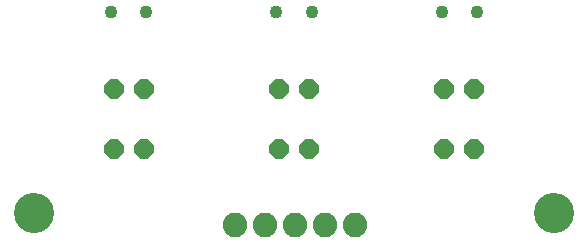
<source format=gbr>
G04 EAGLE Gerber RS-274X export*
G75*
%MOMM*%
%FSLAX34Y34*%
%LPD*%
%INSoldermask Bottom*%
%IPPOS*%
%AMOC8*
5,1,8,0,0,1.08239X$1,22.5*%
G01*
%ADD10C,3.403200*%
%ADD11C,2.082800*%
%ADD12P,1.745679X8X202.500000*%
%ADD13C,1.103200*%


D10*
X35000Y30000D03*
X475000Y30000D03*
D11*
X205000Y20000D03*
X230400Y20000D03*
X255800Y20000D03*
X281200Y20000D03*
X306600Y20000D03*
D12*
X102300Y135400D03*
X102300Y84600D03*
X127700Y135400D03*
X127700Y84600D03*
X242300Y135400D03*
X242300Y84600D03*
X267700Y135400D03*
X267700Y84600D03*
X382300Y135400D03*
X382300Y84600D03*
X407700Y135400D03*
X407700Y84600D03*
D13*
X100000Y200000D03*
X130000Y200000D03*
X240000Y200000D03*
X270000Y200000D03*
X380000Y200000D03*
X410000Y200000D03*
M02*

</source>
